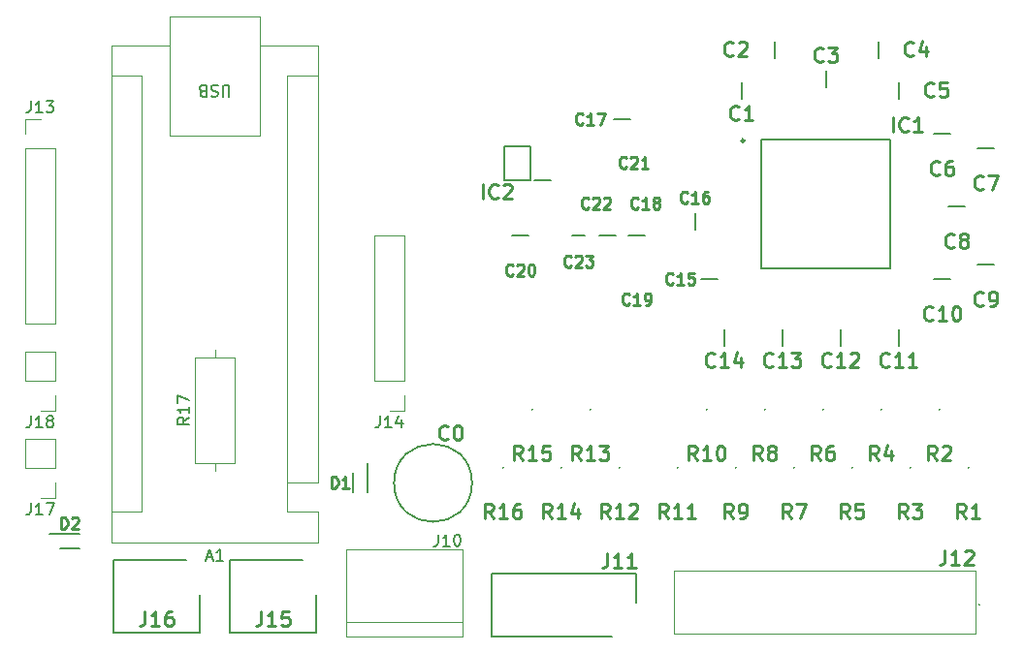
<source format=gto>
%TF.GenerationSoftware,KiCad,Pcbnew,(6.0.8)*%
%TF.CreationDate,2023-02-04T19:59:28+01:00*%
%TF.ProjectId,Research Prototype,52657365-6172-4636-9820-50726f746f74,rev?*%
%TF.SameCoordinates,Original*%
%TF.FileFunction,Legend,Top*%
%TF.FilePolarity,Positive*%
%FSLAX46Y46*%
G04 Gerber Fmt 4.6, Leading zero omitted, Abs format (unit mm)*
G04 Created by KiCad (PCBNEW (6.0.8)) date 2023-02-04 19:59:28*
%MOMM*%
%LPD*%
G01*
G04 APERTURE LIST*
%ADD10C,0.250000*%
%ADD11C,0.254000*%
%ADD12C,0.150000*%
%ADD13C,0.200000*%
%ADD14C,0.120000*%
%ADD15C,0.100000*%
%ADD16R,1.820000X1.050000*%
%ADD17R,1.050000X1.820000*%
%ADD18R,0.900000X0.650000*%
%ADD19C,3.200000*%
%ADD20R,1.700000X1.700000*%
%ADD21O,1.700000X1.700000*%
%ADD22R,1.600000X1.600000*%
%ADD23O,1.600000X1.600000*%
%ADD24R,1.500000X1.500000*%
%ADD25C,1.500000*%
%ADD26R,1.430000X0.940000*%
%ADD27R,1.350000X1.350000*%
%ADD28C,1.350000*%
%ADD29R,3.000000X3.000000*%
%ADD30C,3.000000*%
%ADD31C,1.600000*%
%ADD32R,1.400000X0.300000*%
%ADD33R,0.500000X1.250000*%
%ADD34R,0.940000X0.750000*%
%ADD35R,1.475000X0.300000*%
%ADD36R,0.300000X1.475000*%
%ADD37C,1.381000*%
%ADD38R,1.250000X0.500000*%
%ADD39R,1.100000X1.100000*%
%ADD40C,1.100000*%
%ADD41R,0.620000X0.600000*%
G04 APERTURE END LIST*
D10*
X168521142Y-63603142D02*
X168473523Y-63650761D01*
X168330666Y-63698380D01*
X168235428Y-63698380D01*
X168092571Y-63650761D01*
X167997333Y-63555523D01*
X167949714Y-63460285D01*
X167902095Y-63269809D01*
X167902095Y-63126952D01*
X167949714Y-62936476D01*
X167997333Y-62841238D01*
X168092571Y-62746000D01*
X168235428Y-62698380D01*
X168330666Y-62698380D01*
X168473523Y-62746000D01*
X168521142Y-62793619D01*
X168902095Y-62793619D02*
X168949714Y-62746000D01*
X169044952Y-62698380D01*
X169283047Y-62698380D01*
X169378285Y-62746000D01*
X169425904Y-62793619D01*
X169473523Y-62888857D01*
X169473523Y-62984095D01*
X169425904Y-63126952D01*
X168854476Y-63698380D01*
X169473523Y-63698380D01*
X169854476Y-62793619D02*
X169902095Y-62746000D01*
X169997333Y-62698380D01*
X170235428Y-62698380D01*
X170330666Y-62746000D01*
X170378285Y-62793619D01*
X170425904Y-62888857D01*
X170425904Y-62984095D01*
X170378285Y-63126952D01*
X169806857Y-63698380D01*
X170425904Y-63698380D01*
D11*
X189683571Y-77415571D02*
X189623095Y-77476047D01*
X189441666Y-77536523D01*
X189320714Y-77536523D01*
X189139285Y-77476047D01*
X189018333Y-77355095D01*
X188957857Y-77234142D01*
X188897380Y-76992238D01*
X188897380Y-76810809D01*
X188957857Y-76568904D01*
X189018333Y-76447952D01*
X189139285Y-76327000D01*
X189320714Y-76266523D01*
X189441666Y-76266523D01*
X189623095Y-76327000D01*
X189683571Y-76387476D01*
X190893095Y-77536523D02*
X190167380Y-77536523D01*
X190530238Y-77536523D02*
X190530238Y-76266523D01*
X190409285Y-76447952D01*
X190288333Y-76568904D01*
X190167380Y-76629380D01*
X191376904Y-76387476D02*
X191437380Y-76327000D01*
X191558333Y-76266523D01*
X191860714Y-76266523D01*
X191981666Y-76327000D01*
X192042142Y-76387476D01*
X192102619Y-76508428D01*
X192102619Y-76629380D01*
X192042142Y-76810809D01*
X191316428Y-77536523D01*
X192102619Y-77536523D01*
X193844333Y-85664523D02*
X193421000Y-85059761D01*
X193118619Y-85664523D02*
X193118619Y-84394523D01*
X193602428Y-84394523D01*
X193723380Y-84455000D01*
X193783857Y-84515476D01*
X193844333Y-84636428D01*
X193844333Y-84817857D01*
X193783857Y-84938809D01*
X193723380Y-84999285D01*
X193602428Y-85059761D01*
X193118619Y-85059761D01*
X194932904Y-84817857D02*
X194932904Y-85664523D01*
X194630523Y-84334047D02*
X194328142Y-85241190D01*
X195114333Y-85241190D01*
D12*
X119840476Y-89412380D02*
X119840476Y-90126666D01*
X119792857Y-90269523D01*
X119697619Y-90364761D01*
X119554761Y-90412380D01*
X119459523Y-90412380D01*
X120840476Y-90412380D02*
X120269047Y-90412380D01*
X120554761Y-90412380D02*
X120554761Y-89412380D01*
X120459523Y-89555238D01*
X120364285Y-89650476D01*
X120269047Y-89698095D01*
X121173809Y-89412380D02*
X121840476Y-89412380D01*
X121411904Y-90412380D01*
D11*
X167839571Y-85664523D02*
X167416238Y-85059761D01*
X167113857Y-85664523D02*
X167113857Y-84394523D01*
X167597666Y-84394523D01*
X167718619Y-84455000D01*
X167779095Y-84515476D01*
X167839571Y-84636428D01*
X167839571Y-84817857D01*
X167779095Y-84938809D01*
X167718619Y-84999285D01*
X167597666Y-85059761D01*
X167113857Y-85059761D01*
X169049095Y-85664523D02*
X168323380Y-85664523D01*
X168686238Y-85664523D02*
X168686238Y-84394523D01*
X168565285Y-84575952D01*
X168444333Y-84696904D01*
X168323380Y-84757380D01*
X169472428Y-84394523D02*
X170258619Y-84394523D01*
X169835285Y-84878333D01*
X170016714Y-84878333D01*
X170137666Y-84938809D01*
X170198142Y-84999285D01*
X170258619Y-85120238D01*
X170258619Y-85422619D01*
X170198142Y-85543571D01*
X170137666Y-85604047D01*
X170016714Y-85664523D01*
X169653857Y-85664523D01*
X169532904Y-85604047D01*
X169472428Y-85543571D01*
X184603571Y-77415571D02*
X184543095Y-77476047D01*
X184361666Y-77536523D01*
X184240714Y-77536523D01*
X184059285Y-77476047D01*
X183938333Y-77355095D01*
X183877857Y-77234142D01*
X183817380Y-76992238D01*
X183817380Y-76810809D01*
X183877857Y-76568904D01*
X183938333Y-76447952D01*
X184059285Y-76327000D01*
X184240714Y-76266523D01*
X184361666Y-76266523D01*
X184543095Y-76327000D01*
X184603571Y-76387476D01*
X185813095Y-77536523D02*
X185087380Y-77536523D01*
X185450238Y-77536523D02*
X185450238Y-76266523D01*
X185329285Y-76447952D01*
X185208333Y-76568904D01*
X185087380Y-76629380D01*
X186236428Y-76266523D02*
X187022619Y-76266523D01*
X186599285Y-76750333D01*
X186780714Y-76750333D01*
X186901666Y-76810809D01*
X186962142Y-76871285D01*
X187022619Y-76992238D01*
X187022619Y-77294619D01*
X186962142Y-77415571D01*
X186901666Y-77476047D01*
X186780714Y-77536523D01*
X186417857Y-77536523D01*
X186296904Y-77476047D01*
X186236428Y-77415571D01*
D12*
X135165714Y-94146666D02*
X135641904Y-94146666D01*
X135070476Y-94432380D02*
X135403809Y-93432380D01*
X135737142Y-94432380D01*
X136594285Y-94432380D02*
X136022857Y-94432380D01*
X136308571Y-94432380D02*
X136308571Y-93432380D01*
X136213333Y-93575238D01*
X136118095Y-93670476D01*
X136022857Y-93718095D01*
X137141904Y-53887619D02*
X137141904Y-53078095D01*
X137094285Y-52982857D01*
X137046666Y-52935238D01*
X136951428Y-52887619D01*
X136760952Y-52887619D01*
X136665714Y-52935238D01*
X136618095Y-52982857D01*
X136570476Y-53078095D01*
X136570476Y-53887619D01*
X136141904Y-52935238D02*
X135999047Y-52887619D01*
X135760952Y-52887619D01*
X135665714Y-52935238D01*
X135618095Y-52982857D01*
X135570476Y-53078095D01*
X135570476Y-53173333D01*
X135618095Y-53268571D01*
X135665714Y-53316190D01*
X135760952Y-53363809D01*
X135951428Y-53411428D01*
X136046666Y-53459047D01*
X136094285Y-53506666D01*
X136141904Y-53601904D01*
X136141904Y-53697142D01*
X136094285Y-53792380D01*
X136046666Y-53840000D01*
X135951428Y-53887619D01*
X135713333Y-53887619D01*
X135570476Y-53840000D01*
X134808571Y-53411428D02*
X134665714Y-53363809D01*
X134618095Y-53316190D01*
X134570476Y-53220952D01*
X134570476Y-53078095D01*
X134618095Y-52982857D01*
X134665714Y-52935238D01*
X134760952Y-52887619D01*
X135141904Y-52887619D01*
X135141904Y-53887619D01*
X134808571Y-53887619D01*
X134713333Y-53840000D01*
X134665714Y-53792380D01*
X134618095Y-53697142D01*
X134618095Y-53601904D01*
X134665714Y-53506666D01*
X134713333Y-53459047D01*
X134808571Y-53411428D01*
X135141904Y-53411428D01*
D11*
X139941904Y-98872523D02*
X139941904Y-99779666D01*
X139881428Y-99961095D01*
X139760476Y-100082047D01*
X139579047Y-100142523D01*
X139458095Y-100142523D01*
X141211904Y-100142523D02*
X140486190Y-100142523D01*
X140849047Y-100142523D02*
X140849047Y-98872523D01*
X140728095Y-99053952D01*
X140607142Y-99174904D01*
X140486190Y-99235380D01*
X142360952Y-98872523D02*
X141756190Y-98872523D01*
X141695714Y-99477285D01*
X141756190Y-99416809D01*
X141877142Y-99356333D01*
X142179523Y-99356333D01*
X142300476Y-99416809D01*
X142360952Y-99477285D01*
X142421428Y-99598238D01*
X142421428Y-99900619D01*
X142360952Y-100021571D01*
X142300476Y-100082047D01*
X142179523Y-100142523D01*
X141877142Y-100142523D01*
X141756190Y-100082047D01*
X141695714Y-100021571D01*
X177999571Y-85664523D02*
X177576238Y-85059761D01*
X177273857Y-85664523D02*
X177273857Y-84394523D01*
X177757666Y-84394523D01*
X177878619Y-84455000D01*
X177939095Y-84515476D01*
X177999571Y-84636428D01*
X177999571Y-84817857D01*
X177939095Y-84938809D01*
X177878619Y-84999285D01*
X177757666Y-85059761D01*
X177273857Y-85059761D01*
X179209095Y-85664523D02*
X178483380Y-85664523D01*
X178846238Y-85664523D02*
X178846238Y-84394523D01*
X178725285Y-84575952D01*
X178604333Y-84696904D01*
X178483380Y-84757380D01*
X179995285Y-84394523D02*
X180116238Y-84394523D01*
X180237190Y-84455000D01*
X180297666Y-84515476D01*
X180358142Y-84636428D01*
X180418619Y-84878333D01*
X180418619Y-85180714D01*
X180358142Y-85422619D01*
X180297666Y-85543571D01*
X180237190Y-85604047D01*
X180116238Y-85664523D01*
X179995285Y-85664523D01*
X179874333Y-85604047D01*
X179813857Y-85543571D01*
X179753380Y-85422619D01*
X179692904Y-85180714D01*
X179692904Y-84878333D01*
X179753380Y-84636428D01*
X179813857Y-84515476D01*
X179874333Y-84455000D01*
X179995285Y-84394523D01*
X183684333Y-85664523D02*
X183261000Y-85059761D01*
X182958619Y-85664523D02*
X182958619Y-84394523D01*
X183442428Y-84394523D01*
X183563380Y-84455000D01*
X183623857Y-84515476D01*
X183684333Y-84636428D01*
X183684333Y-84817857D01*
X183623857Y-84938809D01*
X183563380Y-84999285D01*
X183442428Y-85059761D01*
X182958619Y-85059761D01*
X184410047Y-84938809D02*
X184289095Y-84878333D01*
X184228619Y-84817857D01*
X184168142Y-84696904D01*
X184168142Y-84636428D01*
X184228619Y-84515476D01*
X184289095Y-84455000D01*
X184410047Y-84394523D01*
X184651952Y-84394523D01*
X184772904Y-84455000D01*
X184833380Y-84515476D01*
X184893857Y-84636428D01*
X184893857Y-84696904D01*
X184833380Y-84817857D01*
X184772904Y-84878333D01*
X184651952Y-84938809D01*
X184410047Y-84938809D01*
X184289095Y-84999285D01*
X184228619Y-85059761D01*
X184168142Y-85180714D01*
X184168142Y-85422619D01*
X184228619Y-85543571D01*
X184289095Y-85604047D01*
X184410047Y-85664523D01*
X184651952Y-85664523D01*
X184772904Y-85604047D01*
X184833380Y-85543571D01*
X184893857Y-85422619D01*
X184893857Y-85180714D01*
X184833380Y-85059761D01*
X184772904Y-84999285D01*
X184651952Y-84938809D01*
D12*
X150320476Y-81792380D02*
X150320476Y-82506666D01*
X150272857Y-82649523D01*
X150177619Y-82744761D01*
X150034761Y-82792380D01*
X149939523Y-82792380D01*
X151320476Y-82792380D02*
X150749047Y-82792380D01*
X151034761Y-82792380D02*
X151034761Y-81792380D01*
X150939523Y-81935238D01*
X150844285Y-82030476D01*
X150749047Y-82078095D01*
X152177619Y-82125714D02*
X152177619Y-82792380D01*
X151939523Y-81744761D02*
X151701428Y-82459047D01*
X152320476Y-82459047D01*
D11*
X186224333Y-90744523D02*
X185801000Y-90139761D01*
X185498619Y-90744523D02*
X185498619Y-89474523D01*
X185982428Y-89474523D01*
X186103380Y-89535000D01*
X186163857Y-89595476D01*
X186224333Y-89716428D01*
X186224333Y-89897857D01*
X186163857Y-90018809D01*
X186103380Y-90079285D01*
X185982428Y-90139761D01*
X185498619Y-90139761D01*
X186647666Y-89474523D02*
X187494333Y-89474523D01*
X186950047Y-90744523D01*
D10*
X166997142Y-68683142D02*
X166949523Y-68730761D01*
X166806666Y-68778380D01*
X166711428Y-68778380D01*
X166568571Y-68730761D01*
X166473333Y-68635523D01*
X166425714Y-68540285D01*
X166378095Y-68349809D01*
X166378095Y-68206952D01*
X166425714Y-68016476D01*
X166473333Y-67921238D01*
X166568571Y-67826000D01*
X166711428Y-67778380D01*
X166806666Y-67778380D01*
X166949523Y-67826000D01*
X166997142Y-67873619D01*
X167378095Y-67873619D02*
X167425714Y-67826000D01*
X167520952Y-67778380D01*
X167759047Y-67778380D01*
X167854285Y-67826000D01*
X167901904Y-67873619D01*
X167949523Y-67968857D01*
X167949523Y-68064095D01*
X167901904Y-68206952D01*
X167330476Y-68778380D01*
X167949523Y-68778380D01*
X168282857Y-67778380D02*
X168901904Y-67778380D01*
X168568571Y-68159333D01*
X168711428Y-68159333D01*
X168806666Y-68206952D01*
X168854285Y-68254571D01*
X168901904Y-68349809D01*
X168901904Y-68587904D01*
X168854285Y-68683142D01*
X168806666Y-68730761D01*
X168711428Y-68778380D01*
X168425714Y-68778380D01*
X168330476Y-68730761D01*
X168282857Y-68683142D01*
D11*
X198924333Y-85664523D02*
X198501000Y-85059761D01*
X198198619Y-85664523D02*
X198198619Y-84394523D01*
X198682428Y-84394523D01*
X198803380Y-84455000D01*
X198863857Y-84515476D01*
X198924333Y-84636428D01*
X198924333Y-84817857D01*
X198863857Y-84938809D01*
X198803380Y-84999285D01*
X198682428Y-85059761D01*
X198198619Y-85059761D01*
X199408142Y-84515476D02*
X199468619Y-84455000D01*
X199589571Y-84394523D01*
X199891952Y-84394523D01*
X200012904Y-84455000D01*
X200073380Y-84515476D01*
X200133857Y-84636428D01*
X200133857Y-84757380D01*
X200073380Y-84938809D01*
X199347666Y-85664523D01*
X200133857Y-85664523D01*
D12*
X119840476Y-54272380D02*
X119840476Y-54986666D01*
X119792857Y-55129523D01*
X119697619Y-55224761D01*
X119554761Y-55272380D01*
X119459523Y-55272380D01*
X120840476Y-55272380D02*
X120269047Y-55272380D01*
X120554761Y-55272380D02*
X120554761Y-54272380D01*
X120459523Y-54415238D01*
X120364285Y-54510476D01*
X120269047Y-54558095D01*
X121173809Y-54272380D02*
X121792857Y-54272380D01*
X121459523Y-54653333D01*
X121602380Y-54653333D01*
X121697619Y-54700952D01*
X121745238Y-54748571D01*
X121792857Y-54843809D01*
X121792857Y-55081904D01*
X121745238Y-55177142D01*
X121697619Y-55224761D01*
X121602380Y-55272380D01*
X121316666Y-55272380D01*
X121221428Y-55224761D01*
X121173809Y-55177142D01*
D11*
X170167904Y-93792523D02*
X170167904Y-94699666D01*
X170107428Y-94881095D01*
X169986476Y-95002047D01*
X169805047Y-95062523D01*
X169684095Y-95062523D01*
X171437904Y-95062523D02*
X170712190Y-95062523D01*
X171075047Y-95062523D02*
X171075047Y-93792523D01*
X170954095Y-93973952D01*
X170833142Y-94094904D01*
X170712190Y-94155380D01*
X172647428Y-95062523D02*
X171921714Y-95062523D01*
X172284571Y-95062523D02*
X172284571Y-93792523D01*
X172163619Y-93973952D01*
X172042666Y-94094904D01*
X171921714Y-94155380D01*
X175459571Y-90744523D02*
X175036238Y-90139761D01*
X174733857Y-90744523D02*
X174733857Y-89474523D01*
X175217666Y-89474523D01*
X175338619Y-89535000D01*
X175399095Y-89595476D01*
X175459571Y-89716428D01*
X175459571Y-89897857D01*
X175399095Y-90018809D01*
X175338619Y-90079285D01*
X175217666Y-90139761D01*
X174733857Y-90139761D01*
X176669095Y-90744523D02*
X175943380Y-90744523D01*
X176306238Y-90744523D02*
X176306238Y-89474523D01*
X176185285Y-89655952D01*
X176064333Y-89776904D01*
X175943380Y-89837380D01*
X177878619Y-90744523D02*
X177152904Y-90744523D01*
X177515761Y-90744523D02*
X177515761Y-89474523D01*
X177394809Y-89655952D01*
X177273857Y-89776904D01*
X177152904Y-89837380D01*
X196892333Y-50237571D02*
X196831857Y-50298047D01*
X196650428Y-50358523D01*
X196529476Y-50358523D01*
X196348047Y-50298047D01*
X196227095Y-50177095D01*
X196166619Y-50056142D01*
X196106142Y-49814238D01*
X196106142Y-49632809D01*
X196166619Y-49390904D01*
X196227095Y-49269952D01*
X196348047Y-49149000D01*
X196529476Y-49088523D01*
X196650428Y-49088523D01*
X196831857Y-49149000D01*
X196892333Y-49209476D01*
X197980904Y-49511857D02*
X197980904Y-50358523D01*
X197678523Y-49028047D02*
X197376142Y-49935190D01*
X198162333Y-49935190D01*
X191304333Y-90744523D02*
X190881000Y-90139761D01*
X190578619Y-90744523D02*
X190578619Y-89474523D01*
X191062428Y-89474523D01*
X191183380Y-89535000D01*
X191243857Y-89595476D01*
X191304333Y-89716428D01*
X191304333Y-89897857D01*
X191243857Y-90018809D01*
X191183380Y-90079285D01*
X191062428Y-90139761D01*
X190578619Y-90139761D01*
X192453380Y-89474523D02*
X191848619Y-89474523D01*
X191788142Y-90079285D01*
X191848619Y-90018809D01*
X191969571Y-89958333D01*
X192271952Y-89958333D01*
X192392904Y-90018809D01*
X192453380Y-90079285D01*
X192513857Y-90200238D01*
X192513857Y-90502619D01*
X192453380Y-90623571D01*
X192392904Y-90684047D01*
X192271952Y-90744523D01*
X191969571Y-90744523D01*
X191848619Y-90684047D01*
X191788142Y-90623571D01*
D12*
X155400476Y-92162380D02*
X155400476Y-92876666D01*
X155352857Y-93019523D01*
X155257619Y-93114761D01*
X155114761Y-93162380D01*
X155019523Y-93162380D01*
X156400476Y-93162380D02*
X155829047Y-93162380D01*
X156114761Y-93162380D02*
X156114761Y-92162380D01*
X156019523Y-92305238D01*
X155924285Y-92400476D01*
X155829047Y-92448095D01*
X157019523Y-92162380D02*
X157114761Y-92162380D01*
X157210000Y-92210000D01*
X157257619Y-92257619D01*
X157305238Y-92352857D01*
X157352857Y-92543333D01*
X157352857Y-92781428D01*
X157305238Y-92971904D01*
X157257619Y-93067142D01*
X157210000Y-93114761D01*
X157114761Y-93162380D01*
X157019523Y-93162380D01*
X156924285Y-93114761D01*
X156876666Y-93067142D01*
X156829047Y-92971904D01*
X156781428Y-92781428D01*
X156781428Y-92543333D01*
X156829047Y-92352857D01*
X156876666Y-92257619D01*
X156924285Y-92210000D01*
X157019523Y-92162380D01*
D11*
X196384333Y-90744523D02*
X195961000Y-90139761D01*
X195658619Y-90744523D02*
X195658619Y-89474523D01*
X196142428Y-89474523D01*
X196263380Y-89535000D01*
X196323857Y-89595476D01*
X196384333Y-89716428D01*
X196384333Y-89897857D01*
X196323857Y-90018809D01*
X196263380Y-90079285D01*
X196142428Y-90139761D01*
X195658619Y-90139761D01*
X196807666Y-89474523D02*
X197593857Y-89474523D01*
X197170523Y-89958333D01*
X197351952Y-89958333D01*
X197472904Y-90018809D01*
X197533380Y-90079285D01*
X197593857Y-90200238D01*
X197593857Y-90502619D01*
X197533380Y-90623571D01*
X197472904Y-90684047D01*
X197351952Y-90744523D01*
X196989095Y-90744523D01*
X196868142Y-90684047D01*
X196807666Y-90623571D01*
D12*
X133622380Y-81922857D02*
X133146190Y-82256190D01*
X133622380Y-82494285D02*
X132622380Y-82494285D01*
X132622380Y-82113333D01*
X132670000Y-82018095D01*
X132717619Y-81970476D01*
X132812857Y-81922857D01*
X132955714Y-81922857D01*
X133050952Y-81970476D01*
X133098571Y-82018095D01*
X133146190Y-82113333D01*
X133146190Y-82494285D01*
X133622380Y-80970476D02*
X133622380Y-81541904D01*
X133622380Y-81256190D02*
X132622380Y-81256190D01*
X132765238Y-81351428D01*
X132860476Y-81446666D01*
X132908095Y-81541904D01*
X132622380Y-80637142D02*
X132622380Y-79970476D01*
X133622380Y-80399047D01*
D11*
X162759571Y-85664523D02*
X162336238Y-85059761D01*
X162033857Y-85664523D02*
X162033857Y-84394523D01*
X162517666Y-84394523D01*
X162638619Y-84455000D01*
X162699095Y-84515476D01*
X162759571Y-84636428D01*
X162759571Y-84817857D01*
X162699095Y-84938809D01*
X162638619Y-84999285D01*
X162517666Y-85059761D01*
X162033857Y-85059761D01*
X163969095Y-85664523D02*
X163243380Y-85664523D01*
X163606238Y-85664523D02*
X163606238Y-84394523D01*
X163485285Y-84575952D01*
X163364333Y-84696904D01*
X163243380Y-84757380D01*
X165118142Y-84394523D02*
X164513380Y-84394523D01*
X164452904Y-84999285D01*
X164513380Y-84938809D01*
X164634333Y-84878333D01*
X164936714Y-84878333D01*
X165057666Y-84938809D01*
X165118142Y-84999285D01*
X165178619Y-85120238D01*
X165178619Y-85422619D01*
X165118142Y-85543571D01*
X165057666Y-85604047D01*
X164936714Y-85664523D01*
X164634333Y-85664523D01*
X164513380Y-85604047D01*
X164452904Y-85543571D01*
X159288238Y-62804523D02*
X159288238Y-61534523D01*
X160618714Y-62683571D02*
X160558238Y-62744047D01*
X160376809Y-62804523D01*
X160255857Y-62804523D01*
X160074428Y-62744047D01*
X159953476Y-62623095D01*
X159893000Y-62502142D01*
X159832523Y-62260238D01*
X159832523Y-62078809D01*
X159893000Y-61836904D01*
X159953476Y-61715952D01*
X160074428Y-61595000D01*
X160255857Y-61534523D01*
X160376809Y-61534523D01*
X160558238Y-61595000D01*
X160618714Y-61655476D01*
X161102523Y-61655476D02*
X161163000Y-61595000D01*
X161283952Y-61534523D01*
X161586333Y-61534523D01*
X161707285Y-61595000D01*
X161767761Y-61655476D01*
X161828238Y-61776428D01*
X161828238Y-61897380D01*
X161767761Y-62078809D01*
X161042047Y-62804523D01*
X161828238Y-62804523D01*
D10*
X146073904Y-88082380D02*
X146073904Y-87082380D01*
X146312000Y-87082380D01*
X146454857Y-87130000D01*
X146550095Y-87225238D01*
X146597714Y-87320476D01*
X146645333Y-87510952D01*
X146645333Y-87653809D01*
X146597714Y-87844285D01*
X146550095Y-87939523D01*
X146454857Y-88034761D01*
X146312000Y-88082380D01*
X146073904Y-88082380D01*
X147597714Y-88082380D02*
X147026285Y-88082380D01*
X147312000Y-88082380D02*
X147312000Y-87082380D01*
X147216761Y-87225238D01*
X147121523Y-87320476D01*
X147026285Y-87368095D01*
D11*
X181652333Y-55825571D02*
X181591857Y-55886047D01*
X181410428Y-55946523D01*
X181289476Y-55946523D01*
X181108047Y-55886047D01*
X180987095Y-55765095D01*
X180926619Y-55644142D01*
X180866142Y-55402238D01*
X180866142Y-55220809D01*
X180926619Y-54978904D01*
X180987095Y-54857952D01*
X181108047Y-54737000D01*
X181289476Y-54676523D01*
X181410428Y-54676523D01*
X181591857Y-54737000D01*
X181652333Y-54797476D01*
X182861857Y-55946523D02*
X182136142Y-55946523D01*
X182499000Y-55946523D02*
X182499000Y-54676523D01*
X182378047Y-54857952D01*
X182257095Y-54978904D01*
X182136142Y-55039380D01*
D10*
X175887142Y-70207142D02*
X175839523Y-70254761D01*
X175696666Y-70302380D01*
X175601428Y-70302380D01*
X175458571Y-70254761D01*
X175363333Y-70159523D01*
X175315714Y-70064285D01*
X175268095Y-69873809D01*
X175268095Y-69730952D01*
X175315714Y-69540476D01*
X175363333Y-69445238D01*
X175458571Y-69350000D01*
X175601428Y-69302380D01*
X175696666Y-69302380D01*
X175839523Y-69350000D01*
X175887142Y-69397619D01*
X176839523Y-70302380D02*
X176268095Y-70302380D01*
X176553809Y-70302380D02*
X176553809Y-69302380D01*
X176458571Y-69445238D01*
X176363333Y-69540476D01*
X176268095Y-69588095D01*
X177744285Y-69302380D02*
X177268095Y-69302380D01*
X177220476Y-69778571D01*
X177268095Y-69730952D01*
X177363333Y-69683333D01*
X177601428Y-69683333D01*
X177696666Y-69730952D01*
X177744285Y-69778571D01*
X177791904Y-69873809D01*
X177791904Y-70111904D01*
X177744285Y-70207142D01*
X177696666Y-70254761D01*
X177601428Y-70302380D01*
X177363333Y-70302380D01*
X177268095Y-70254761D01*
X177220476Y-70207142D01*
D11*
X160219571Y-90744523D02*
X159796238Y-90139761D01*
X159493857Y-90744523D02*
X159493857Y-89474523D01*
X159977666Y-89474523D01*
X160098619Y-89535000D01*
X160159095Y-89595476D01*
X160219571Y-89716428D01*
X160219571Y-89897857D01*
X160159095Y-90018809D01*
X160098619Y-90079285D01*
X159977666Y-90139761D01*
X159493857Y-90139761D01*
X161429095Y-90744523D02*
X160703380Y-90744523D01*
X161066238Y-90744523D02*
X161066238Y-89474523D01*
X160945285Y-89655952D01*
X160824333Y-89776904D01*
X160703380Y-89837380D01*
X162517666Y-89474523D02*
X162275761Y-89474523D01*
X162154809Y-89535000D01*
X162094333Y-89595476D01*
X161973380Y-89776904D01*
X161912904Y-90018809D01*
X161912904Y-90502619D01*
X161973380Y-90623571D01*
X162033857Y-90684047D01*
X162154809Y-90744523D01*
X162396714Y-90744523D01*
X162517666Y-90684047D01*
X162578142Y-90623571D01*
X162638619Y-90502619D01*
X162638619Y-90200238D01*
X162578142Y-90079285D01*
X162517666Y-90018809D01*
X162396714Y-89958333D01*
X162154809Y-89958333D01*
X162033857Y-90018809D01*
X161973380Y-90079285D01*
X161912904Y-90200238D01*
X181144333Y-90744523D02*
X180721000Y-90139761D01*
X180418619Y-90744523D02*
X180418619Y-89474523D01*
X180902428Y-89474523D01*
X181023380Y-89535000D01*
X181083857Y-89595476D01*
X181144333Y-89716428D01*
X181144333Y-89897857D01*
X181083857Y-90018809D01*
X181023380Y-90079285D01*
X180902428Y-90139761D01*
X180418619Y-90139761D01*
X181749095Y-90744523D02*
X181991000Y-90744523D01*
X182111952Y-90684047D01*
X182172428Y-90623571D01*
X182293380Y-90442142D01*
X182353857Y-90200238D01*
X182353857Y-89716428D01*
X182293380Y-89595476D01*
X182232904Y-89535000D01*
X182111952Y-89474523D01*
X181870047Y-89474523D01*
X181749095Y-89535000D01*
X181688619Y-89595476D01*
X181628142Y-89716428D01*
X181628142Y-90018809D01*
X181688619Y-90139761D01*
X181749095Y-90200238D01*
X181870047Y-90260714D01*
X182111952Y-90260714D01*
X182232904Y-90200238D01*
X182293380Y-90139761D01*
X182353857Y-90018809D01*
X189018333Y-50745571D02*
X188957857Y-50806047D01*
X188776428Y-50866523D01*
X188655476Y-50866523D01*
X188474047Y-50806047D01*
X188353095Y-50685095D01*
X188292619Y-50564142D01*
X188232142Y-50322238D01*
X188232142Y-50140809D01*
X188292619Y-49898904D01*
X188353095Y-49777952D01*
X188474047Y-49657000D01*
X188655476Y-49596523D01*
X188776428Y-49596523D01*
X188957857Y-49657000D01*
X189018333Y-49717476D01*
X189441666Y-49596523D02*
X190227857Y-49596523D01*
X189804523Y-50080333D01*
X189985952Y-50080333D01*
X190106904Y-50140809D01*
X190167380Y-50201285D01*
X190227857Y-50322238D01*
X190227857Y-50624619D01*
X190167380Y-50745571D01*
X190106904Y-50806047D01*
X189985952Y-50866523D01*
X189623095Y-50866523D01*
X189502142Y-50806047D01*
X189441666Y-50745571D01*
X188764333Y-85664523D02*
X188341000Y-85059761D01*
X188038619Y-85664523D02*
X188038619Y-84394523D01*
X188522428Y-84394523D01*
X188643380Y-84455000D01*
X188703857Y-84515476D01*
X188764333Y-84636428D01*
X188764333Y-84817857D01*
X188703857Y-84938809D01*
X188643380Y-84999285D01*
X188522428Y-85059761D01*
X188038619Y-85059761D01*
X189852904Y-84394523D02*
X189611000Y-84394523D01*
X189490047Y-84455000D01*
X189429571Y-84515476D01*
X189308619Y-84696904D01*
X189248142Y-84938809D01*
X189248142Y-85422619D01*
X189308619Y-85543571D01*
X189369095Y-85604047D01*
X189490047Y-85664523D01*
X189731952Y-85664523D01*
X189852904Y-85604047D01*
X189913380Y-85543571D01*
X189973857Y-85422619D01*
X189973857Y-85120238D01*
X189913380Y-84999285D01*
X189852904Y-84938809D01*
X189731952Y-84878333D01*
X189490047Y-84878333D01*
X189369095Y-84938809D01*
X189308619Y-84999285D01*
X189248142Y-85120238D01*
X194763571Y-77415571D02*
X194703095Y-77476047D01*
X194521666Y-77536523D01*
X194400714Y-77536523D01*
X194219285Y-77476047D01*
X194098333Y-77355095D01*
X194037857Y-77234142D01*
X193977380Y-76992238D01*
X193977380Y-76810809D01*
X194037857Y-76568904D01*
X194098333Y-76447952D01*
X194219285Y-76327000D01*
X194400714Y-76266523D01*
X194521666Y-76266523D01*
X194703095Y-76327000D01*
X194763571Y-76387476D01*
X195973095Y-77536523D02*
X195247380Y-77536523D01*
X195610238Y-77536523D02*
X195610238Y-76266523D01*
X195489285Y-76447952D01*
X195368333Y-76568904D01*
X195247380Y-76629380D01*
X197182619Y-77536523D02*
X196456904Y-77536523D01*
X196819761Y-77536523D02*
X196819761Y-76266523D01*
X196698809Y-76447952D01*
X196577857Y-76568904D01*
X196456904Y-76629380D01*
D10*
X171823142Y-60047142D02*
X171775523Y-60094761D01*
X171632666Y-60142380D01*
X171537428Y-60142380D01*
X171394571Y-60094761D01*
X171299333Y-59999523D01*
X171251714Y-59904285D01*
X171204095Y-59713809D01*
X171204095Y-59570952D01*
X171251714Y-59380476D01*
X171299333Y-59285238D01*
X171394571Y-59190000D01*
X171537428Y-59142380D01*
X171632666Y-59142380D01*
X171775523Y-59190000D01*
X171823142Y-59237619D01*
X172204095Y-59237619D02*
X172251714Y-59190000D01*
X172346952Y-59142380D01*
X172585047Y-59142380D01*
X172680285Y-59190000D01*
X172727904Y-59237619D01*
X172775523Y-59332857D01*
X172775523Y-59428095D01*
X172727904Y-59570952D01*
X172156476Y-60142380D01*
X172775523Y-60142380D01*
X173727904Y-60142380D02*
X173156476Y-60142380D01*
X173442190Y-60142380D02*
X173442190Y-59142380D01*
X173346952Y-59285238D01*
X173251714Y-59380476D01*
X173156476Y-59428095D01*
X161917142Y-69445142D02*
X161869523Y-69492761D01*
X161726666Y-69540380D01*
X161631428Y-69540380D01*
X161488571Y-69492761D01*
X161393333Y-69397523D01*
X161345714Y-69302285D01*
X161298095Y-69111809D01*
X161298095Y-68968952D01*
X161345714Y-68778476D01*
X161393333Y-68683238D01*
X161488571Y-68588000D01*
X161631428Y-68540380D01*
X161726666Y-68540380D01*
X161869523Y-68588000D01*
X161917142Y-68635619D01*
X162298095Y-68635619D02*
X162345714Y-68588000D01*
X162440952Y-68540380D01*
X162679047Y-68540380D01*
X162774285Y-68588000D01*
X162821904Y-68635619D01*
X162869523Y-68730857D01*
X162869523Y-68826095D01*
X162821904Y-68968952D01*
X162250476Y-69540380D01*
X162869523Y-69540380D01*
X163488571Y-68540380D02*
X163583809Y-68540380D01*
X163679047Y-68588000D01*
X163726666Y-68635619D01*
X163774285Y-68730857D01*
X163821904Y-68921333D01*
X163821904Y-69159428D01*
X163774285Y-69349904D01*
X163726666Y-69445142D01*
X163679047Y-69492761D01*
X163583809Y-69540380D01*
X163488571Y-69540380D01*
X163393333Y-69492761D01*
X163345714Y-69445142D01*
X163298095Y-69349904D01*
X163250476Y-69159428D01*
X163250476Y-68921333D01*
X163298095Y-68730857D01*
X163345714Y-68635619D01*
X163393333Y-68588000D01*
X163488571Y-68540380D01*
D11*
X201464333Y-90744523D02*
X201041000Y-90139761D01*
X200738619Y-90744523D02*
X200738619Y-89474523D01*
X201222428Y-89474523D01*
X201343380Y-89535000D01*
X201403857Y-89595476D01*
X201464333Y-89716428D01*
X201464333Y-89897857D01*
X201403857Y-90018809D01*
X201343380Y-90079285D01*
X201222428Y-90139761D01*
X200738619Y-90139761D01*
X202673857Y-90744523D02*
X201948142Y-90744523D01*
X202311000Y-90744523D02*
X202311000Y-89474523D01*
X202190047Y-89655952D01*
X202069095Y-89776904D01*
X201948142Y-89837380D01*
X202988333Y-72081571D02*
X202927857Y-72142047D01*
X202746428Y-72202523D01*
X202625476Y-72202523D01*
X202444047Y-72142047D01*
X202323095Y-72021095D01*
X202262619Y-71900142D01*
X202202142Y-71658238D01*
X202202142Y-71476809D01*
X202262619Y-71234904D01*
X202323095Y-71113952D01*
X202444047Y-70993000D01*
X202625476Y-70932523D01*
X202746428Y-70932523D01*
X202927857Y-70993000D01*
X202988333Y-71053476D01*
X203593095Y-72202523D02*
X203835000Y-72202523D01*
X203955952Y-72142047D01*
X204016428Y-72081571D01*
X204137380Y-71900142D01*
X204197857Y-71658238D01*
X204197857Y-71174428D01*
X204137380Y-71053476D01*
X204076904Y-70993000D01*
X203955952Y-70932523D01*
X203714047Y-70932523D01*
X203593095Y-70993000D01*
X203532619Y-71053476D01*
X203472142Y-71174428D01*
X203472142Y-71476809D01*
X203532619Y-71597761D01*
X203593095Y-71658238D01*
X203714047Y-71718714D01*
X203955952Y-71718714D01*
X204076904Y-71658238D01*
X204137380Y-71597761D01*
X204197857Y-71476809D01*
D10*
X172839142Y-63603142D02*
X172791523Y-63650761D01*
X172648666Y-63698380D01*
X172553428Y-63698380D01*
X172410571Y-63650761D01*
X172315333Y-63555523D01*
X172267714Y-63460285D01*
X172220095Y-63269809D01*
X172220095Y-63126952D01*
X172267714Y-62936476D01*
X172315333Y-62841238D01*
X172410571Y-62746000D01*
X172553428Y-62698380D01*
X172648666Y-62698380D01*
X172791523Y-62746000D01*
X172839142Y-62793619D01*
X173791523Y-63698380D02*
X173220095Y-63698380D01*
X173505809Y-63698380D02*
X173505809Y-62698380D01*
X173410571Y-62841238D01*
X173315333Y-62936476D01*
X173220095Y-62984095D01*
X174362952Y-63126952D02*
X174267714Y-63079333D01*
X174220095Y-63031714D01*
X174172476Y-62936476D01*
X174172476Y-62888857D01*
X174220095Y-62793619D01*
X174267714Y-62746000D01*
X174362952Y-62698380D01*
X174553428Y-62698380D01*
X174648666Y-62746000D01*
X174696285Y-62793619D01*
X174743904Y-62888857D01*
X174743904Y-62936476D01*
X174696285Y-63031714D01*
X174648666Y-63079333D01*
X174553428Y-63126952D01*
X174362952Y-63126952D01*
X174267714Y-63174571D01*
X174220095Y-63222190D01*
X174172476Y-63317428D01*
X174172476Y-63507904D01*
X174220095Y-63603142D01*
X174267714Y-63650761D01*
X174362952Y-63698380D01*
X174553428Y-63698380D01*
X174648666Y-63650761D01*
X174696285Y-63603142D01*
X174743904Y-63507904D01*
X174743904Y-63317428D01*
X174696285Y-63222190D01*
X174648666Y-63174571D01*
X174553428Y-63126952D01*
D11*
X195102238Y-56962523D02*
X195102238Y-55692523D01*
X196432714Y-56841571D02*
X196372238Y-56902047D01*
X196190809Y-56962523D01*
X196069857Y-56962523D01*
X195888428Y-56902047D01*
X195767476Y-56781095D01*
X195707000Y-56660142D01*
X195646523Y-56418238D01*
X195646523Y-56236809D01*
X195707000Y-55994904D01*
X195767476Y-55873952D01*
X195888428Y-55753000D01*
X196069857Y-55692523D01*
X196190809Y-55692523D01*
X196372238Y-55753000D01*
X196432714Y-55813476D01*
X197642238Y-56962523D02*
X196916523Y-56962523D01*
X197279380Y-56962523D02*
X197279380Y-55692523D01*
X197158428Y-55873952D01*
X197037476Y-55994904D01*
X196916523Y-56055380D01*
X199631904Y-93538523D02*
X199631904Y-94445666D01*
X199571428Y-94627095D01*
X199450476Y-94748047D01*
X199269047Y-94808523D01*
X199148095Y-94808523D01*
X200901904Y-94808523D02*
X200176190Y-94808523D01*
X200539047Y-94808523D02*
X200539047Y-93538523D01*
X200418095Y-93719952D01*
X200297142Y-93840904D01*
X200176190Y-93901380D01*
X201385714Y-93659476D02*
X201446190Y-93599000D01*
X201567142Y-93538523D01*
X201869523Y-93538523D01*
X201990476Y-93599000D01*
X202050952Y-93659476D01*
X202111428Y-93780428D01*
X202111428Y-93901380D01*
X202050952Y-94082809D01*
X201325238Y-94808523D01*
X202111428Y-94808523D01*
X199178333Y-60651571D02*
X199117857Y-60712047D01*
X198936428Y-60772523D01*
X198815476Y-60772523D01*
X198634047Y-60712047D01*
X198513095Y-60591095D01*
X198452619Y-60470142D01*
X198392142Y-60228238D01*
X198392142Y-60046809D01*
X198452619Y-59804904D01*
X198513095Y-59683952D01*
X198634047Y-59563000D01*
X198815476Y-59502523D01*
X198936428Y-59502523D01*
X199117857Y-59563000D01*
X199178333Y-59623476D01*
X200266904Y-59502523D02*
X200025000Y-59502523D01*
X199904047Y-59563000D01*
X199843571Y-59623476D01*
X199722619Y-59804904D01*
X199662142Y-60046809D01*
X199662142Y-60530619D01*
X199722619Y-60651571D01*
X199783095Y-60712047D01*
X199904047Y-60772523D01*
X200145952Y-60772523D01*
X200266904Y-60712047D01*
X200327380Y-60651571D01*
X200387857Y-60530619D01*
X200387857Y-60228238D01*
X200327380Y-60107285D01*
X200266904Y-60046809D01*
X200145952Y-59986333D01*
X199904047Y-59986333D01*
X199783095Y-60046809D01*
X199722619Y-60107285D01*
X199662142Y-60228238D01*
D10*
X168013142Y-56237142D02*
X167965523Y-56284761D01*
X167822666Y-56332380D01*
X167727428Y-56332380D01*
X167584571Y-56284761D01*
X167489333Y-56189523D01*
X167441714Y-56094285D01*
X167394095Y-55903809D01*
X167394095Y-55760952D01*
X167441714Y-55570476D01*
X167489333Y-55475238D01*
X167584571Y-55380000D01*
X167727428Y-55332380D01*
X167822666Y-55332380D01*
X167965523Y-55380000D01*
X168013142Y-55427619D01*
X168965523Y-56332380D02*
X168394095Y-56332380D01*
X168679809Y-56332380D02*
X168679809Y-55332380D01*
X168584571Y-55475238D01*
X168489333Y-55570476D01*
X168394095Y-55618095D01*
X169298857Y-55332380D02*
X169965523Y-55332380D01*
X169536952Y-56332380D01*
D11*
X179523571Y-77415571D02*
X179463095Y-77476047D01*
X179281666Y-77536523D01*
X179160714Y-77536523D01*
X178979285Y-77476047D01*
X178858333Y-77355095D01*
X178797857Y-77234142D01*
X178737380Y-76992238D01*
X178737380Y-76810809D01*
X178797857Y-76568904D01*
X178858333Y-76447952D01*
X178979285Y-76327000D01*
X179160714Y-76266523D01*
X179281666Y-76266523D01*
X179463095Y-76327000D01*
X179523571Y-76387476D01*
X180733095Y-77536523D02*
X180007380Y-77536523D01*
X180370238Y-77536523D02*
X180370238Y-76266523D01*
X180249285Y-76447952D01*
X180128333Y-76568904D01*
X180007380Y-76629380D01*
X181821666Y-76689857D02*
X181821666Y-77536523D01*
X181519285Y-76206047D02*
X181216904Y-77113190D01*
X182003095Y-77113190D01*
D10*
X122451904Y-91638380D02*
X122451904Y-90638380D01*
X122690000Y-90638380D01*
X122832857Y-90686000D01*
X122928095Y-90781238D01*
X122975714Y-90876476D01*
X123023333Y-91066952D01*
X123023333Y-91209809D01*
X122975714Y-91400285D01*
X122928095Y-91495523D01*
X122832857Y-91590761D01*
X122690000Y-91638380D01*
X122451904Y-91638380D01*
X123404285Y-90733619D02*
X123451904Y-90686000D01*
X123547142Y-90638380D01*
X123785238Y-90638380D01*
X123880476Y-90686000D01*
X123928095Y-90733619D01*
X123975714Y-90828857D01*
X123975714Y-90924095D01*
X123928095Y-91066952D01*
X123356666Y-91638380D01*
X123975714Y-91638380D01*
X177157142Y-63095142D02*
X177109523Y-63142761D01*
X176966666Y-63190380D01*
X176871428Y-63190380D01*
X176728571Y-63142761D01*
X176633333Y-63047523D01*
X176585714Y-62952285D01*
X176538095Y-62761809D01*
X176538095Y-62618952D01*
X176585714Y-62428476D01*
X176633333Y-62333238D01*
X176728571Y-62238000D01*
X176871428Y-62190380D01*
X176966666Y-62190380D01*
X177109523Y-62238000D01*
X177157142Y-62285619D01*
X178109523Y-63190380D02*
X177538095Y-63190380D01*
X177823809Y-63190380D02*
X177823809Y-62190380D01*
X177728571Y-62333238D01*
X177633333Y-62428476D01*
X177538095Y-62476095D01*
X178966666Y-62190380D02*
X178776190Y-62190380D01*
X178680952Y-62238000D01*
X178633333Y-62285619D01*
X178538095Y-62428476D01*
X178490476Y-62618952D01*
X178490476Y-62999904D01*
X178538095Y-63095142D01*
X178585714Y-63142761D01*
X178680952Y-63190380D01*
X178871428Y-63190380D01*
X178966666Y-63142761D01*
X179014285Y-63095142D01*
X179061904Y-62999904D01*
X179061904Y-62761809D01*
X179014285Y-62666571D01*
X178966666Y-62618952D01*
X178871428Y-62571333D01*
X178680952Y-62571333D01*
X178585714Y-62618952D01*
X178538095Y-62666571D01*
X178490476Y-62761809D01*
D11*
X165299571Y-90744523D02*
X164876238Y-90139761D01*
X164573857Y-90744523D02*
X164573857Y-89474523D01*
X165057666Y-89474523D01*
X165178619Y-89535000D01*
X165239095Y-89595476D01*
X165299571Y-89716428D01*
X165299571Y-89897857D01*
X165239095Y-90018809D01*
X165178619Y-90079285D01*
X165057666Y-90139761D01*
X164573857Y-90139761D01*
X166509095Y-90744523D02*
X165783380Y-90744523D01*
X166146238Y-90744523D02*
X166146238Y-89474523D01*
X166025285Y-89655952D01*
X165904333Y-89776904D01*
X165783380Y-89837380D01*
X167597666Y-89897857D02*
X167597666Y-90744523D01*
X167295285Y-89414047D02*
X166992904Y-90321190D01*
X167779095Y-90321190D01*
X198573571Y-73351571D02*
X198513095Y-73412047D01*
X198331666Y-73472523D01*
X198210714Y-73472523D01*
X198029285Y-73412047D01*
X197908333Y-73291095D01*
X197847857Y-73170142D01*
X197787380Y-72928238D01*
X197787380Y-72746809D01*
X197847857Y-72504904D01*
X197908333Y-72383952D01*
X198029285Y-72263000D01*
X198210714Y-72202523D01*
X198331666Y-72202523D01*
X198513095Y-72263000D01*
X198573571Y-72323476D01*
X199783095Y-73472523D02*
X199057380Y-73472523D01*
X199420238Y-73472523D02*
X199420238Y-72202523D01*
X199299285Y-72383952D01*
X199178333Y-72504904D01*
X199057380Y-72565380D01*
X200569285Y-72202523D02*
X200690238Y-72202523D01*
X200811190Y-72263000D01*
X200871666Y-72323476D01*
X200932142Y-72444428D01*
X200992619Y-72686333D01*
X200992619Y-72988714D01*
X200932142Y-73230619D01*
X200871666Y-73351571D01*
X200811190Y-73412047D01*
X200690238Y-73472523D01*
X200569285Y-73472523D01*
X200448333Y-73412047D01*
X200387857Y-73351571D01*
X200327380Y-73230619D01*
X200266904Y-72988714D01*
X200266904Y-72686333D01*
X200327380Y-72444428D01*
X200387857Y-72323476D01*
X200448333Y-72263000D01*
X200569285Y-72202523D01*
X198670333Y-53793571D02*
X198609857Y-53854047D01*
X198428428Y-53914523D01*
X198307476Y-53914523D01*
X198126047Y-53854047D01*
X198005095Y-53733095D01*
X197944619Y-53612142D01*
X197884142Y-53370238D01*
X197884142Y-53188809D01*
X197944619Y-52946904D01*
X198005095Y-52825952D01*
X198126047Y-52705000D01*
X198307476Y-52644523D01*
X198428428Y-52644523D01*
X198609857Y-52705000D01*
X198670333Y-52765476D01*
X199819380Y-52644523D02*
X199214619Y-52644523D01*
X199154142Y-53249285D01*
X199214619Y-53188809D01*
X199335571Y-53128333D01*
X199637952Y-53128333D01*
X199758904Y-53188809D01*
X199819380Y-53249285D01*
X199879857Y-53370238D01*
X199879857Y-53672619D01*
X199819380Y-53793571D01*
X199758904Y-53854047D01*
X199637952Y-53914523D01*
X199335571Y-53914523D01*
X199214619Y-53854047D01*
X199154142Y-53793571D01*
X170379571Y-90744523D02*
X169956238Y-90139761D01*
X169653857Y-90744523D02*
X169653857Y-89474523D01*
X170137666Y-89474523D01*
X170258619Y-89535000D01*
X170319095Y-89595476D01*
X170379571Y-89716428D01*
X170379571Y-89897857D01*
X170319095Y-90018809D01*
X170258619Y-90079285D01*
X170137666Y-90139761D01*
X169653857Y-90139761D01*
X171589095Y-90744523D02*
X170863380Y-90744523D01*
X171226238Y-90744523D02*
X171226238Y-89474523D01*
X171105285Y-89655952D01*
X170984333Y-89776904D01*
X170863380Y-89837380D01*
X172072904Y-89595476D02*
X172133380Y-89535000D01*
X172254333Y-89474523D01*
X172556714Y-89474523D01*
X172677666Y-89535000D01*
X172738142Y-89595476D01*
X172798619Y-89716428D01*
X172798619Y-89837380D01*
X172738142Y-90018809D01*
X172012428Y-90744523D01*
X172798619Y-90744523D01*
X202988333Y-61921571D02*
X202927857Y-61982047D01*
X202746428Y-62042523D01*
X202625476Y-62042523D01*
X202444047Y-61982047D01*
X202323095Y-61861095D01*
X202262619Y-61740142D01*
X202202142Y-61498238D01*
X202202142Y-61316809D01*
X202262619Y-61074904D01*
X202323095Y-60953952D01*
X202444047Y-60833000D01*
X202625476Y-60772523D01*
X202746428Y-60772523D01*
X202927857Y-60833000D01*
X202988333Y-60893476D01*
X203411666Y-60772523D02*
X204258333Y-60772523D01*
X203714047Y-62042523D01*
X156252333Y-83765571D02*
X156191857Y-83826047D01*
X156010428Y-83886523D01*
X155889476Y-83886523D01*
X155708047Y-83826047D01*
X155587095Y-83705095D01*
X155526619Y-83584142D01*
X155466142Y-83342238D01*
X155466142Y-83160809D01*
X155526619Y-82918904D01*
X155587095Y-82797952D01*
X155708047Y-82677000D01*
X155889476Y-82616523D01*
X156010428Y-82616523D01*
X156191857Y-82677000D01*
X156252333Y-82737476D01*
X157038523Y-82616523D02*
X157159476Y-82616523D01*
X157280428Y-82677000D01*
X157340904Y-82737476D01*
X157401380Y-82858428D01*
X157461857Y-83100333D01*
X157461857Y-83402714D01*
X157401380Y-83644619D01*
X157340904Y-83765571D01*
X157280428Y-83826047D01*
X157159476Y-83886523D01*
X157038523Y-83886523D01*
X156917571Y-83826047D01*
X156857095Y-83765571D01*
X156796619Y-83644619D01*
X156736142Y-83402714D01*
X156736142Y-83100333D01*
X156796619Y-82858428D01*
X156857095Y-82737476D01*
X156917571Y-82677000D01*
X157038523Y-82616523D01*
D10*
X172077142Y-71985142D02*
X172029523Y-72032761D01*
X171886666Y-72080380D01*
X171791428Y-72080380D01*
X171648571Y-72032761D01*
X171553333Y-71937523D01*
X171505714Y-71842285D01*
X171458095Y-71651809D01*
X171458095Y-71508952D01*
X171505714Y-71318476D01*
X171553333Y-71223238D01*
X171648571Y-71128000D01*
X171791428Y-71080380D01*
X171886666Y-71080380D01*
X172029523Y-71128000D01*
X172077142Y-71175619D01*
X173029523Y-72080380D02*
X172458095Y-72080380D01*
X172743809Y-72080380D02*
X172743809Y-71080380D01*
X172648571Y-71223238D01*
X172553333Y-71318476D01*
X172458095Y-71366095D01*
X173505714Y-72080380D02*
X173696190Y-72080380D01*
X173791428Y-72032761D01*
X173839047Y-71985142D01*
X173934285Y-71842285D01*
X173981904Y-71651809D01*
X173981904Y-71270857D01*
X173934285Y-71175619D01*
X173886666Y-71128000D01*
X173791428Y-71080380D01*
X173600952Y-71080380D01*
X173505714Y-71128000D01*
X173458095Y-71175619D01*
X173410476Y-71270857D01*
X173410476Y-71508952D01*
X173458095Y-71604190D01*
X173505714Y-71651809D01*
X173600952Y-71699428D01*
X173791428Y-71699428D01*
X173886666Y-71651809D01*
X173934285Y-71604190D01*
X173981904Y-71508952D01*
D12*
X119840476Y-81792380D02*
X119840476Y-82506666D01*
X119792857Y-82649523D01*
X119697619Y-82744761D01*
X119554761Y-82792380D01*
X119459523Y-82792380D01*
X120840476Y-82792380D02*
X120269047Y-82792380D01*
X120554761Y-82792380D02*
X120554761Y-81792380D01*
X120459523Y-81935238D01*
X120364285Y-82030476D01*
X120269047Y-82078095D01*
X121411904Y-82220952D02*
X121316666Y-82173333D01*
X121269047Y-82125714D01*
X121221428Y-82030476D01*
X121221428Y-81982857D01*
X121269047Y-81887619D01*
X121316666Y-81840000D01*
X121411904Y-81792380D01*
X121602380Y-81792380D01*
X121697619Y-81840000D01*
X121745238Y-81887619D01*
X121792857Y-81982857D01*
X121792857Y-82030476D01*
X121745238Y-82125714D01*
X121697619Y-82173333D01*
X121602380Y-82220952D01*
X121411904Y-82220952D01*
X121316666Y-82268571D01*
X121269047Y-82316190D01*
X121221428Y-82411428D01*
X121221428Y-82601904D01*
X121269047Y-82697142D01*
X121316666Y-82744761D01*
X121411904Y-82792380D01*
X121602380Y-82792380D01*
X121697619Y-82744761D01*
X121745238Y-82697142D01*
X121792857Y-82601904D01*
X121792857Y-82411428D01*
X121745238Y-82316190D01*
X121697619Y-82268571D01*
X121602380Y-82220952D01*
D11*
X200448333Y-67001571D02*
X200387857Y-67062047D01*
X200206428Y-67122523D01*
X200085476Y-67122523D01*
X199904047Y-67062047D01*
X199783095Y-66941095D01*
X199722619Y-66820142D01*
X199662142Y-66578238D01*
X199662142Y-66396809D01*
X199722619Y-66154904D01*
X199783095Y-66033952D01*
X199904047Y-65913000D01*
X200085476Y-65852523D01*
X200206428Y-65852523D01*
X200387857Y-65913000D01*
X200448333Y-65973476D01*
X201174047Y-66396809D02*
X201053095Y-66336333D01*
X200992619Y-66275857D01*
X200932142Y-66154904D01*
X200932142Y-66094428D01*
X200992619Y-65973476D01*
X201053095Y-65913000D01*
X201174047Y-65852523D01*
X201415952Y-65852523D01*
X201536904Y-65913000D01*
X201597380Y-65973476D01*
X201657857Y-66094428D01*
X201657857Y-66154904D01*
X201597380Y-66275857D01*
X201536904Y-66336333D01*
X201415952Y-66396809D01*
X201174047Y-66396809D01*
X201053095Y-66457285D01*
X200992619Y-66517761D01*
X200932142Y-66638714D01*
X200932142Y-66880619D01*
X200992619Y-67001571D01*
X201053095Y-67062047D01*
X201174047Y-67122523D01*
X201415952Y-67122523D01*
X201536904Y-67062047D01*
X201597380Y-67001571D01*
X201657857Y-66880619D01*
X201657857Y-66638714D01*
X201597380Y-66517761D01*
X201536904Y-66457285D01*
X201415952Y-66396809D01*
X129781904Y-98872523D02*
X129781904Y-99779666D01*
X129721428Y-99961095D01*
X129600476Y-100082047D01*
X129419047Y-100142523D01*
X129298095Y-100142523D01*
X131051904Y-100142523D02*
X130326190Y-100142523D01*
X130689047Y-100142523D02*
X130689047Y-98872523D01*
X130568095Y-99053952D01*
X130447142Y-99174904D01*
X130326190Y-99235380D01*
X132140476Y-98872523D02*
X131898571Y-98872523D01*
X131777619Y-98933000D01*
X131717142Y-98993476D01*
X131596190Y-99174904D01*
X131535714Y-99416809D01*
X131535714Y-99900619D01*
X131596190Y-100021571D01*
X131656666Y-100082047D01*
X131777619Y-100142523D01*
X132019523Y-100142523D01*
X132140476Y-100082047D01*
X132200952Y-100021571D01*
X132261428Y-99900619D01*
X132261428Y-99598238D01*
X132200952Y-99477285D01*
X132140476Y-99416809D01*
X132019523Y-99356333D01*
X131777619Y-99356333D01*
X131656666Y-99416809D01*
X131596190Y-99477285D01*
X131535714Y-99598238D01*
X181144333Y-50237571D02*
X181083857Y-50298047D01*
X180902428Y-50358523D01*
X180781476Y-50358523D01*
X180600047Y-50298047D01*
X180479095Y-50177095D01*
X180418619Y-50056142D01*
X180358142Y-49814238D01*
X180358142Y-49632809D01*
X180418619Y-49390904D01*
X180479095Y-49269952D01*
X180600047Y-49149000D01*
X180781476Y-49088523D01*
X180902428Y-49088523D01*
X181083857Y-49149000D01*
X181144333Y-49209476D01*
X181628142Y-49209476D02*
X181688619Y-49149000D01*
X181809571Y-49088523D01*
X182111952Y-49088523D01*
X182232904Y-49149000D01*
X182293380Y-49209476D01*
X182353857Y-49330428D01*
X182353857Y-49451380D01*
X182293380Y-49632809D01*
X181567666Y-50358523D01*
X182353857Y-50358523D01*
D13*
X170880000Y-66040000D02*
X169480000Y-66040000D01*
X190500000Y-75630000D02*
X190500000Y-74230000D01*
X194106000Y-81229000D02*
G75*
G03*
X194106000Y-81229000I-50000J0D01*
G01*
D14*
X121980000Y-88960000D02*
X120650000Y-88960000D01*
X121980000Y-83760000D02*
X119320000Y-83760000D01*
X121980000Y-86360000D02*
X119320000Y-86360000D01*
X121980000Y-87630000D02*
X121980000Y-88960000D01*
X121980000Y-86360000D02*
X121980000Y-83760000D01*
X119320000Y-86360000D02*
X119320000Y-83760000D01*
D13*
X168706000Y-81229000D02*
G75*
G03*
X168706000Y-81229000I-50000J0D01*
G01*
X185420000Y-75630000D02*
X185420000Y-74230000D01*
D14*
X131940000Y-46860000D02*
X139820000Y-46860000D01*
X142230000Y-87630000D02*
X142230000Y-52070000D01*
X129530000Y-52070000D02*
X126860000Y-52070000D01*
X126860000Y-92840000D02*
X144900000Y-92840000D01*
X129530000Y-90170000D02*
X126860000Y-90170000D01*
X142230000Y-87630000D02*
X142230000Y-90170000D01*
X126860000Y-49400000D02*
X126860000Y-92840000D01*
X142230000Y-87630000D02*
X144900000Y-87630000D01*
X139820000Y-46860000D02*
X139820000Y-57280000D01*
X131940000Y-57280000D02*
X131940000Y-46860000D01*
X139820000Y-57280000D02*
X131940000Y-57280000D01*
X144900000Y-92840000D02*
X144900000Y-90170000D01*
X129530000Y-90170000D02*
X129530000Y-52070000D01*
X144900000Y-49400000D02*
X139820000Y-49400000D01*
X144900000Y-87630000D02*
X144900000Y-49400000D01*
X126860000Y-49400000D02*
X131940000Y-49400000D01*
X142230000Y-90170000D02*
X144900000Y-90170000D01*
X142230000Y-52070000D02*
X144900000Y-52070000D01*
D13*
X137230000Y-100711000D02*
X144700000Y-100711000D01*
X143510000Y-94361000D02*
X137230000Y-94361000D01*
X137230000Y-94361000D02*
X137230000Y-100711000D01*
X144700000Y-100711000D02*
X144700000Y-97461000D01*
X178866000Y-81229000D02*
G75*
G03*
X178866000Y-81229000I-50000J0D01*
G01*
X183946000Y-81229000D02*
G75*
G03*
X183946000Y-81229000I-50000J0D01*
G01*
D14*
X152460000Y-65980000D02*
X149800000Y-65980000D01*
X152460000Y-81340000D02*
X151130000Y-81340000D01*
X152460000Y-78740000D02*
X152460000Y-65980000D01*
X149800000Y-78740000D02*
X149800000Y-65980000D01*
X152460000Y-80010000D02*
X152460000Y-81340000D01*
X152460000Y-78740000D02*
X149800000Y-78740000D01*
D13*
X186486000Y-86309000D02*
G75*
G03*
X186486000Y-86309000I-50000J0D01*
G01*
X168165000Y-66040000D02*
X167115000Y-66040000D01*
X199186000Y-81229000D02*
G75*
G03*
X199186000Y-81229000I-50000J0D01*
G01*
D14*
X119320000Y-57150000D02*
X119320000Y-55820000D01*
X121980000Y-58420000D02*
X121980000Y-73720000D01*
X119320000Y-73720000D02*
X121980000Y-73720000D01*
X119320000Y-58420000D02*
X119320000Y-73720000D01*
X119320000Y-58420000D02*
X121980000Y-58420000D01*
X119320000Y-55820000D02*
X120650000Y-55820000D01*
D13*
X172670000Y-95548000D02*
X172670000Y-98098000D01*
X160070000Y-101048000D02*
X160070000Y-95548000D01*
X170520000Y-101048000D02*
X160070000Y-101048000D01*
X160070000Y-95548000D02*
X172670000Y-95548000D01*
X176326000Y-86309000D02*
G75*
G03*
X176326000Y-86309000I-50000J0D01*
G01*
X193802000Y-50484000D02*
X193802000Y-49084000D01*
X191566000Y-86309000D02*
G75*
G03*
X191566000Y-86309000I-50000J0D01*
G01*
D14*
X147320000Y-101092000D02*
X157480000Y-101092000D01*
X157480000Y-93472000D02*
X147320000Y-93472000D01*
X147320000Y-93472000D02*
X147320000Y-101092000D01*
X157480000Y-99822000D02*
X147320000Y-99822000D01*
X157480000Y-101092000D02*
X157480000Y-93472000D01*
D13*
X196646000Y-86309000D02*
G75*
G03*
X196646000Y-86309000I-50000J0D01*
G01*
D14*
X135890000Y-86590000D02*
X135890000Y-85900000D01*
X135890000Y-75970000D02*
X135890000Y-76660000D01*
X134170000Y-76660000D02*
X134170000Y-85900000D01*
X137610000Y-76660000D02*
X134170000Y-76660000D01*
X134170000Y-85900000D02*
X137610000Y-85900000D01*
X137610000Y-85900000D02*
X137610000Y-76660000D01*
D13*
X163626000Y-81229000D02*
G75*
G03*
X163626000Y-81229000I-50000J0D01*
G01*
X161156000Y-58190000D02*
X163456000Y-58190000D01*
X163456000Y-61190000D02*
X161156000Y-61190000D01*
X165206000Y-61190000D02*
X163806000Y-61190000D01*
X163456000Y-58190000D02*
X163456000Y-61190000D01*
X161156000Y-61190000D02*
X161156000Y-58190000D01*
X149215000Y-85905000D02*
X149215000Y-88480000D01*
X147965000Y-86780000D02*
X147965000Y-88480000D01*
X181864000Y-52640000D02*
X181864000Y-54040000D01*
X178370000Y-69850000D02*
X179770000Y-69850000D01*
X161086000Y-86309000D02*
G75*
G03*
X161086000Y-86309000I-50000J0D01*
G01*
X181406000Y-86309000D02*
G75*
G03*
X181406000Y-86309000I-50000J0D01*
G01*
X189230000Y-53024000D02*
X189230000Y-51624000D01*
X189026000Y-81229000D02*
G75*
G03*
X189026000Y-81229000I-50000J0D01*
G01*
X195580000Y-74230000D02*
X195580000Y-75630000D01*
X163260000Y-66040000D02*
X161860000Y-66040000D01*
X201726000Y-86309000D02*
G75*
G03*
X201726000Y-86309000I-50000J0D01*
G01*
X203900000Y-68580000D02*
X202500000Y-68580000D01*
X172020000Y-66040000D02*
X173420000Y-66040000D01*
X183580000Y-57596000D02*
X194880000Y-57596000D01*
X194880000Y-57596000D02*
X194880000Y-68896000D01*
X183580000Y-68896000D02*
X183580000Y-57596000D01*
X194880000Y-68896000D02*
X183580000Y-68896000D01*
D10*
X182130000Y-57746000D02*
G75*
G03*
X182130000Y-57746000I-125000J0D01*
G01*
D15*
X202302000Y-100794000D02*
X202302000Y-95294000D01*
X202302000Y-95294000D02*
X176002000Y-95294000D01*
X176002000Y-95294000D02*
X176002000Y-100794000D01*
X176002000Y-100794000D02*
X202302000Y-100794000D01*
X202652000Y-98244000D02*
X202652000Y-98244000D01*
X202552000Y-98244000D02*
X202552000Y-98244000D01*
X202652000Y-98244000D02*
G75*
G03*
X202552000Y-98244000I-50000J0D01*
G01*
X202552000Y-98244000D02*
G75*
G03*
X202652000Y-98244000I50000J0D01*
G01*
D13*
X200090000Y-57150000D02*
X198690000Y-57150000D01*
X170750000Y-55880000D02*
X172150000Y-55880000D01*
X180340000Y-75630000D02*
X180340000Y-74230000D01*
X122340000Y-93335000D02*
X124040000Y-93335000D01*
X121465000Y-92085000D02*
X124040000Y-92085000D01*
X177800000Y-65470000D02*
X177800000Y-64070000D01*
X166166000Y-86309000D02*
G75*
G03*
X166166000Y-86309000I-50000J0D01*
G01*
X200090000Y-69850000D02*
X198690000Y-69850000D01*
X195580000Y-54040000D02*
X195580000Y-52640000D01*
X171246000Y-86309000D02*
G75*
G03*
X171246000Y-86309000I-50000J0D01*
G01*
X203900000Y-58420000D02*
X202500000Y-58420000D01*
X158340000Y-87650000D02*
G75*
G03*
X158340000Y-87650000I-3400000J0D01*
G01*
D14*
X121980000Y-80010000D02*
X121980000Y-81340000D01*
X121980000Y-78740000D02*
X121980000Y-76140000D01*
X121980000Y-81340000D02*
X120650000Y-81340000D01*
X121980000Y-76140000D02*
X119320000Y-76140000D01*
X121980000Y-78740000D02*
X119320000Y-78740000D01*
X119320000Y-78740000D02*
X119320000Y-76140000D01*
D13*
X201360000Y-63500000D02*
X199960000Y-63500000D01*
X127070000Y-94361000D02*
X127070000Y-100711000D01*
X134540000Y-100711000D02*
X134540000Y-97461000D01*
X133350000Y-94361000D02*
X127070000Y-94361000D01*
X127070000Y-100711000D02*
X134540000Y-100711000D01*
X184792000Y-50484000D02*
X184792000Y-49084000D01*
%LPC*%
D16*
X170180000Y-64650000D03*
X170180000Y-67430000D03*
D17*
X189110000Y-74930000D03*
X191890000Y-74930000D03*
D18*
X194056000Y-83529000D03*
X194056000Y-82079000D03*
D19*
X120650000Y-49530000D03*
D20*
X120650000Y-87630000D03*
D21*
X120650000Y-85090000D03*
D18*
X168656000Y-83529000D03*
X168656000Y-82079000D03*
D17*
X184030000Y-74930000D03*
X186810000Y-74930000D03*
D22*
X143500000Y-88900000D03*
D23*
X143500000Y-86360000D03*
X143500000Y-83820000D03*
X143500000Y-81280000D03*
X143500000Y-78740000D03*
X143500000Y-76200000D03*
X143500000Y-73660000D03*
X143500000Y-71120000D03*
X143500000Y-68580000D03*
X143500000Y-66040000D03*
X143500000Y-63500000D03*
X143500000Y-60960000D03*
X143500000Y-58420000D03*
X143500000Y-55880000D03*
X143500000Y-53340000D03*
X128260000Y-53340000D03*
X128260000Y-55880000D03*
X128260000Y-58420000D03*
X128260000Y-60960000D03*
X128260000Y-63500000D03*
X128260000Y-66040000D03*
X128260000Y-68580000D03*
X128260000Y-71120000D03*
X128260000Y-73660000D03*
X128260000Y-76200000D03*
X128260000Y-78740000D03*
X128260000Y-81280000D03*
X128260000Y-83820000D03*
X128260000Y-86360000D03*
X128260000Y-88900000D03*
D24*
X143510000Y-97461000D03*
D25*
X140970000Y-97461000D03*
X138430000Y-97461000D03*
D18*
X178816000Y-83529000D03*
X178816000Y-82079000D03*
X183896000Y-83529000D03*
X183896000Y-82079000D03*
D20*
X151130000Y-80010000D03*
D21*
X151130000Y-77470000D03*
X151130000Y-74930000D03*
X151130000Y-72390000D03*
X151130000Y-69850000D03*
X151130000Y-67310000D03*
D18*
X186436000Y-88609000D03*
X186436000Y-87159000D03*
D26*
X167640000Y-65220000D03*
X167640000Y-66860000D03*
D18*
X199136000Y-83529000D03*
X199136000Y-82079000D03*
D20*
X120650000Y-57150000D03*
D21*
X120650000Y-59690000D03*
X120650000Y-62230000D03*
X120650000Y-64770000D03*
X120650000Y-67310000D03*
X120650000Y-69850000D03*
X120650000Y-72390000D03*
D27*
X170520000Y-98098000D03*
D28*
X168520000Y-98098000D03*
X166520000Y-98098000D03*
X164520000Y-98098000D03*
X162520000Y-98098000D03*
D18*
X176276000Y-88609000D03*
X176276000Y-87159000D03*
D17*
X195192000Y-49784000D03*
X192412000Y-49784000D03*
D18*
X191516000Y-88609000D03*
X191516000Y-87159000D03*
D29*
X149860000Y-97282000D03*
D30*
X154940000Y-97282000D03*
D18*
X196596000Y-88609000D03*
X196596000Y-87159000D03*
D31*
X135890000Y-87630000D03*
D23*
X135890000Y-74930000D03*
D18*
X163576000Y-83529000D03*
X163576000Y-82079000D03*
D32*
X164506000Y-60690000D03*
X164506000Y-60190000D03*
X164506000Y-59690000D03*
X164506000Y-59190000D03*
X164506000Y-58690000D03*
X160106000Y-58690000D03*
X160106000Y-59190000D03*
X160106000Y-59690000D03*
X160106000Y-60190000D03*
X160106000Y-60690000D03*
D33*
X148590000Y-86530000D03*
X148590000Y-88730000D03*
D17*
X180474000Y-53340000D03*
X183254000Y-53340000D03*
D16*
X179070000Y-71240000D03*
X179070000Y-68460000D03*
D18*
X161036000Y-88609000D03*
X161036000Y-87159000D03*
X181356000Y-88609000D03*
X181356000Y-87159000D03*
D17*
X190620000Y-52324000D03*
X187840000Y-52324000D03*
D18*
X188976000Y-83529000D03*
X188976000Y-82079000D03*
D17*
X196970000Y-74930000D03*
X194190000Y-74930000D03*
D34*
X170180000Y-60390000D03*
X170180000Y-58990000D03*
D16*
X162560000Y-64650000D03*
X162560000Y-67430000D03*
D18*
X201676000Y-88609000D03*
X201676000Y-87159000D03*
D16*
X203200000Y-67190000D03*
X203200000Y-69970000D03*
X172720000Y-67430000D03*
X172720000Y-64650000D03*
D35*
X182492000Y-58496000D03*
X182492000Y-58996000D03*
X182492000Y-59496000D03*
X182492000Y-59996000D03*
X182492000Y-60496000D03*
X182492000Y-60996000D03*
X182492000Y-61496000D03*
X182492000Y-61996000D03*
X182492000Y-62496000D03*
X182492000Y-62996000D03*
X182492000Y-63496000D03*
X182492000Y-63996000D03*
X182492000Y-64496000D03*
X182492000Y-64996000D03*
X182492000Y-65496000D03*
X182492000Y-65996000D03*
X182492000Y-66496000D03*
X182492000Y-66996000D03*
X182492000Y-67496000D03*
X182492000Y-67996000D03*
D36*
X184480000Y-69984000D03*
X184980000Y-69984000D03*
X185480000Y-69984000D03*
X185980000Y-69984000D03*
X186480000Y-69984000D03*
X186980000Y-69984000D03*
X187480000Y-69984000D03*
X187980000Y-69984000D03*
X188480000Y-69984000D03*
X188980000Y-69984000D03*
X189480000Y-69984000D03*
X189980000Y-69984000D03*
X190480000Y-69984000D03*
X190980000Y-69984000D03*
X191480000Y-69984000D03*
X191980000Y-69984000D03*
X192480000Y-69984000D03*
X192980000Y-69984000D03*
X193480000Y-69984000D03*
X193980000Y-69984000D03*
D35*
X195968000Y-67996000D03*
X195968000Y-67496000D03*
X195968000Y-66996000D03*
X195968000Y-66496000D03*
X195968000Y-65996000D03*
X195968000Y-65496000D03*
X195968000Y-64996000D03*
X195968000Y-64496000D03*
X195968000Y-63996000D03*
X195968000Y-63496000D03*
X195968000Y-62996000D03*
X195968000Y-62496000D03*
X195968000Y-61996000D03*
X195968000Y-61496000D03*
X195968000Y-60996000D03*
X195968000Y-60496000D03*
X195968000Y-59996000D03*
X195968000Y-59496000D03*
X195968000Y-58996000D03*
X195968000Y-58496000D03*
D36*
X193980000Y-56508000D03*
X193480000Y-56508000D03*
X192980000Y-56508000D03*
X192480000Y-56508000D03*
X191980000Y-56508000D03*
X191480000Y-56508000D03*
X190980000Y-56508000D03*
X190480000Y-56508000D03*
X189980000Y-56508000D03*
X189480000Y-56508000D03*
X188980000Y-56508000D03*
X188480000Y-56508000D03*
X187980000Y-56508000D03*
X187480000Y-56508000D03*
X186980000Y-56508000D03*
X186480000Y-56508000D03*
X185980000Y-56508000D03*
X185480000Y-56508000D03*
X184980000Y-56508000D03*
X184480000Y-56508000D03*
D19*
X207010000Y-49530000D03*
D37*
X200152000Y-98244000D03*
X198152000Y-98244000D03*
X196152000Y-98244000D03*
X194152000Y-98244000D03*
X192152000Y-98244000D03*
X190152000Y-98244000D03*
X188152000Y-98244000D03*
X186152000Y-98244000D03*
X184152000Y-98244000D03*
X182152000Y-98244000D03*
X180152000Y-98244000D03*
X178152000Y-98244000D03*
D16*
X199390000Y-55760000D03*
X199390000Y-58540000D03*
X171450000Y-57270000D03*
X171450000Y-54490000D03*
D17*
X178950000Y-74930000D03*
X181730000Y-74930000D03*
D38*
X122090000Y-92710000D03*
X124290000Y-92710000D03*
D17*
X179190000Y-64770000D03*
X176410000Y-64770000D03*
D18*
X166116000Y-88609000D03*
X166116000Y-87159000D03*
D16*
X199390000Y-68460000D03*
X199390000Y-71240000D03*
D17*
X196970000Y-53340000D03*
X194190000Y-53340000D03*
D18*
X171196000Y-88609000D03*
X171196000Y-87159000D03*
D16*
X203200000Y-57030000D03*
X203200000Y-59810000D03*
D39*
X154940000Y-86400000D03*
D40*
X154940000Y-88900000D03*
D41*
X172720000Y-69342000D03*
X172720000Y-70262000D03*
D20*
X120650000Y-80010000D03*
D21*
X120650000Y-77470000D03*
D16*
X200660000Y-62110000D03*
X200660000Y-64890000D03*
D24*
X133350000Y-97461000D03*
D25*
X130810000Y-97461000D03*
X128270000Y-97461000D03*
D19*
X120650000Y-97790000D03*
D17*
X186182000Y-49784000D03*
X183402000Y-49784000D03*
D19*
X207010000Y-97790000D03*
M02*

</source>
